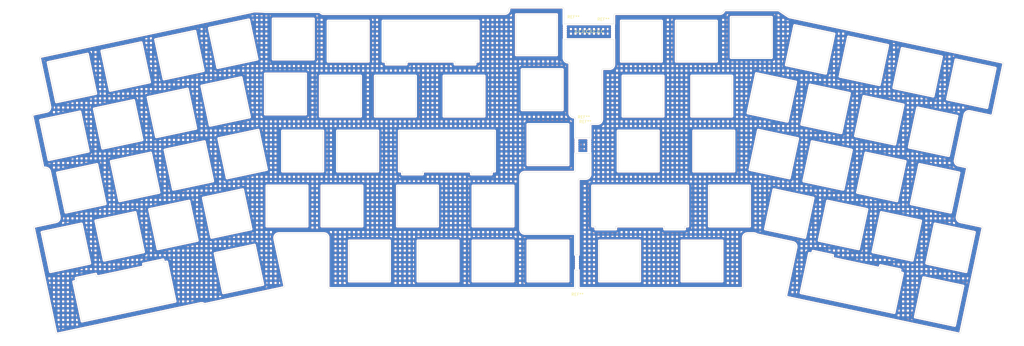
<source format=kicad_pcb>
(kicad_pcb (version 20211014) (generator pcbnew)
  (layers (0 "F.Cu" signal) (31 "B.Cu" signal) (34 "B.Paste" user) (35 "F.Paste" user) (36 "B.SilkS" user "B.Silkscreen") (37 "F.SilkS" user "F.Silkscreen") (38 "B.Mask" user) (39 "F.Mask" user) (44 "Edge.Cuts" user))
  (net 0 "")
  (footprint "mousebites:mousebite" (layer "F.Cu") (at 300 91)
    (fp_text reference "REF**" (at 0.2 11.1 unlocked) (layer "F.SilkS"))
    (fp_text value "mousebite")
    (pad "" np_thru_hole circle (at 0 -1.5) (size 0.5 0.5) (drill 0.5) (layers F&B.Cu *.Mask))
    (pad "" np_thru_hole circle (at 0 0.75) (size 0.5 0.5) (drill 0.5) (layers F&B.Cu *.Mask))
    (pad "" np_thru_hole circle (at 0 -2.25) (size 0.5 0.5) (drill 0.5) (layers F&B.Cu *.Mask))
    (pad "" np_thru_hole circle (at 0 1.5) (size 0.5 0.5) (drill 0.5) (layers F&B.Cu *.Mask))
    (pad "" np_thru_hole circle (at 0 -0.75) (size 0.5 0.5) (drill 0.5) (layers F&B.Cu *.Mask))
    (pad "" np_thru_hole circle (at 0 0) (size 0.5 0.5) (drill 0.5) (layers F&B.Cu *.Mask))
    (pad "" np_thru_hole circle (at 0 2.25) (size 0.5 0.5) (drill 0.5) (layers F&B.Cu *.Mask))
  )
  (footprint "mousebites:mousebite" (layer "F.Cu") (at 299.8 50.5)
    (fp_text reference "REF**" (at 2.6 -9.9 unlocked) (layer "F.SilkS"))
    (fp_text value "mousebite")
    (pad "" np_thru_hole circle (at 0 0.75) (size 0.5 0.5) (drill 0.5) (layers F&B.Cu *.Mask))
    (pad "" np_thru_hole circle (at 0 -2.25) (size 0.5 0.5) (drill 0.5) (layers F&B.Cu *.Mask))
    (pad "" np_thru_hole circle (at 0 0) (size 0.5 0.5) (drill 0.5) (layers F&B.Cu *.Mask))
    (pad "" np_thru_hole circle (at 0 -0.75) (size 0.5 0.5) (drill 0.5) (layers F&B.Cu *.Mask))
    (pad "" np_thru_hole circle (at 0 -1.5) (size 0.5 0.5) (drill 0.5) (layers F&B.Cu *.Mask))
    (pad "" np_thru_hole circle (at 0 2.25) (size 0.5 0.5) (drill 0.5) (layers F&B.Cu *.Mask))
    (pad "" np_thru_hole circle (at 0 1.5) (size 0.5 0.5) (drill 0.5) (layers F&B.Cu *.Mask))
  )
  (footprint "mousebites:mousebite" (layer "F.Cu") (at 304.29 50.5)
    (fp_text reference "REF**" (at -1.39 -8.3 unlocked) (layer "F.SilkS"))
    (fp_text value "mousebite")
    (pad "" np_thru_hole circle (at 0 2.25) (size 0.5 0.5) (drill 0.5) (layers F&B.Cu *.Mask))
    (pad "" np_thru_hole circle (at 0 0.75) (size 0.5 0.5) (drill 0.5) (layers F&B.Cu *.Mask))
    (pad "" np_thru_hole circle (at 0 -2.25) (size 0.5 0.5) (drill 0.5) (layers F&B.Cu *.Mask))
    (pad "" np_thru_hole circle (at 0 -0.75) (size 0.5 0.5) (drill 0.5) (layers F&B.Cu *.Mask))
    (pad "" np_thru_hole circle (at 0 0) (size 0.5 0.5) (drill 0.5) (layers F&B.Cu *.Mask))
    (pad "" np_thru_hole circle (at 0 -1.5) (size 0.5 0.5) (drill 0.5) (layers F&B.Cu *.Mask))
    (pad "" np_thru_hole circle (at 0 1.5) (size 0.5 0.5) (drill 0.5) (layers F&B.Cu *.Mask))
  )
  (footprint "mousebites:mousebite" (layer "F.Cu") (at 312.52 11)
    (fp_text reference "REF**" (at -3.32 -4.3 unlocked) (layer "F.SilkS"))
    (fp_text value "mousebite")
    (pad "" np_thru_hole circle (at 0 2.25) (size 0.5 0.5) (drill 0.5) (layers F&B.Cu *.Mask))
    (pad "" np_thru_hole circle (at 0 0.75) (size 0.5 0.5) (drill 0.5) (layers F&B.Cu *.Mask))
    (pad "" np_thru_hole circle (at 0 0) (size 0.5 0.5) (drill 0.5) (layers F&B.Cu *.Mask))
    (pad "" np_thru_hole circle (at 0 1.5) (size 0.5 0.5) (drill 0.5) (layers F&B.Cu *.Mask))
    (pad "" np_thru_hole circle (at 0 -2.25) (size 0.5 0.5) (drill 0.5) (layers F&B.Cu *.Mask))
    (pad "" np_thru_hole circle (at 0 -1.5) (size 0.5 0.5) (drill 0.5) (layers F&B.Cu *.Mask))
    (pad "" np_thru_hole circle (at 0 -0.75) (size 0.5 0.5) (drill 0.5) (layers F&B.Cu *.Mask))
  )
  (footprint "mousebites:mousebite" (layer "F.Cu") (at 295.8 11)
    (fp_text reference "REF**" (at 3 -5.1 unlocked) (layer "F.SilkS"))
    (fp_text value "mousebite")
    (pad "" np_thru_hole circle (at 0 2.25) (size 0.5 0.5) (drill 0.5) (layers F&B.Cu *.Mask))
    (pad "" np_thru_hole circle (at 0 -1.5) (size 0.5 0.5) (drill 0.5) (layers F&B.Cu *.Mask))
    (pad "" np_thru_hole circle (at 0 0.75) (size 0.5 0.5) (drill 0.5) (layers F&B.Cu *.Mask))
    (pad "" np_thru_hole circle (at 0 0) (size 0.5 0.5) (drill 0.5) (layers F&B.Cu *.Mask))
    (pad "" np_thru_hole circle (at 0 -2.25) (size 0.5 0.5) (drill 0.5) (layers F&B.Cu *.Mask))
    (pad "" np_thru_hole circle (at 0 1.5) (size 0.5 0.5) (drill 0.5) (layers F&B.Cu *.Mask))
    (pad "" np_thru_hole circle (at 0 -0.75) (size 0.5 0.5) (drill 0.5) (layers F&B.Cu *.Mask))
  )
  (gr_line (start 349.541766 4.75) (end 313.320613 4.75) (layer "Edge.Cuts") (width 0.1))
  (gr_line (start 133.245849 32.422634) (end 119.552467 35.333252) (layer "Edge.Cuts") (width 0.1))
  (gr_arc (start 195.216522 82.761868) (mid 195.518024 81.50602) (end 196.683743 80.95) (layer "Edge.Cuts") (width 0.1))
  (gr_line (start 312.820613 13.7) (end 312.820613 22.3) (layer "Edge.Cuts") (width 0.1))
  (gr_arc (start 447.556166 21.57108) (mid 447.871545 21.787835) (end 447.941284 22.16411) (layer "Edge.Cuts") (width 0.1))
  (gr_line (start 225.016886 40.32473) (end 211.017586 40.32473) (layer "Edge.Cuts") (width 0.1))
  (gr_line (start 235.06215 83.47527) (end 235.06215 97.47473) (layer "Edge.Cuts") (width 0.1))
  (gr_line (start 257.730182 22.275) (end 257.730182 21.275) (layer "Edge.Cuts") (width 0.1))
  (gr_line (start 267.879386 26.32527) (end 267.879386 40.32473) (layer "Edge.Cuts") (width 0.1))
  (gr_line (start 242.29219 4.749659) (end 232.76719 4.749508) (layer "Edge.Cuts") (width 0.1))
  (gr_line (start 240.854182 21.275) (end 240.854182 22.275) (layer "Edge.Cuts") (width 0.1))
  (gr_line (start 362.17795 25.480654) (end 375.871332 28.391273) (layer "Edge.Cuts") (width 0.1))
  (gr_arc (start 299.491302 59.17298) (mid 299.344856 59.526534) (end 298.991302 59.67298) (layer "Edge.Cuts") (width 0.1))
  (gr_line (start 353.746751 40.32473) (end 339.747451 40.32473) (layer "Edge.Cuts") (width 0.1))
  (gr_line (start 278.966652 19.04771) (end 278.966652 5.04825) (layer "Edge.Cuts") (width 0.1))
  (gr_line (start 296.97465 97.47473) (end 282.97535 97.47473) (layer "Edge.Cuts") (width 0.1))
  (gr_line (start 130.632454 52.453716) (end 116.939072 55.364335) (layer "Edge.Cuts") (width 0.1))
  (gr_line (start 433.865598 99.145099) (end 430.954947 112.838638) (layer "Edge.Cuts") (width 0.1))
  (gr_line (start 136.093048 90.244208) (end 133.182397 76.55067) (layer "Edge.Cuts") (width 0.1))
  (gr_line (start 119.904823 59.897317) (end 133.598205 56.986699) (layer "Edge.Cuts") (width 0.1))
  (gr_line (start 400.150467 108.872629) (end 400.150396 108.872963) (layer "Edge.Cuts") (width 0.1))
  (gr_line (start 251.7309 64.42527) (end 251.7309 78.42473) (layer "Edge.Cuts") (width 0.1))
  (gr_line (start 263.92535 78.42473) (end 263.92535 64.42527) (layer "Edge.Cuts") (width 0.1))
  (gr_line (start 113.750573 20.183751) (end 117.295468 36.861167) (layer "Edge.Cuts") (width 0.1))
  (gr_line (start 299.5 93.7) (end 299.5 99.5) (layer "Edge.Cuts") (width 0.1))
  (gr_line (start 206.48715 64.42527) (end 206.48715 78.42473) (layer "Edge.Cuts") (width 0.1))
  (gr_line (start 192.48785 78.42473) (end 192.48785 64.42527) (layer "Edge.Cuts") (width 0.1))
  (gr_line (start 329.345263 21.27473) (end 315.345963 21.27473) (layer "Edge.Cuts") (width 0.1))
  (gr_line (start 188.120206 3.864827) (end 114.135691 19.590721) (layer "Edge.Cuts") (width 0.1))
  (gr_line (start 160.735188 104.482224) (end 128.40741 111.353705) (layer "Edge.Cuts") (width 0.1))
  (gr_arc (start 171.063946 105.477516) (mid 170.867102 105.479738) (end 170.684657 105.405805) (layer "Edge.Cuts") (width 0.1))
  (gr_line (start 263.92535 64.42527) (end 277.92465 64.42527) (layer "Edge.Cuts") (width 0.1))
  (gr_line (start 430.954947 112.838638) (end 417.261565 109.928019) (layer "Edge.Cuts") (width 0.1))
  (gr_line (start 227.716832 7.27527) (end 227.716832 21.27473) (layer "Edge.Cuts") (width 0.1))
  (gr_arc (start 276.441302 3.25) (mid 276.001962 4.31066) (end 274.941302 4.75) (layer "Edge.Cuts") (width 0.1))
  (gr_line (start 172.542951 9.757561) (end 186.236333 6.846943) (layer "Edge.Cuts") (width 0.1))
  (gr_line (start 189.146984 20.540481) (end 175.453602 23.451099) (layer "Edge.Cuts") (width 0.1))
  (gr_line (start 173.77628 62.758802) (end 160.082898 65.66942) (layer "Edge.Cuts") (width 0.1))
  (gr_line (start 119.963996 115.729818) (end 128.932394 113.823525) (layer "Edge.Cuts") (width 0.1))
  (gr_line (start 263.37444 60.375) (end 263.37444 59.375) (layer "Edge.Cuts") (width 0.1))
  (gr_line (start 297.491302 39.12298) (end 297.491302 22.07298) (layer "Edge.Cuts") (width 0.1))
  (gr_arc (start 372.829589 103.065397) (mid 372.51421 102.848643) (end 372.444471 102.472368) (layer "Edge.Cuts") (width 0.1))
  (gr_line (start 388.485572 89.499001) (end 404.992791 93.007719) (layer "Edge.Cuts") (width 0.1))
  (gr_line (start 421.222283 91.294308) (end 424.132934 77.600769) (layer "Edge.Cuts") (width 0.1))
  (gr_line (start 155.142568 66.719519) (end 141.449186 69.630137) (layer "Edge.Cuts") (width 0.1))
  (gr_line (start 170.513272 24.501199) (end 156.819891 27.411817) (layer "Edge.Cuts") (width 0.1))
  (gr_line (start 156.553266 90.03601) (end 156.761178 91.014157) (layer "Edge.Cuts") (width 0.1))
  (gr_line (start 299.5 53.2) (end 299.491302 59.17298) (layer "Edge.Cuts") (width 0.1))
  (gr_line (start 400.558892 72.589952) (end 397.648241 86.28349) (layer "Edge.Cuts") (width 0.1))
  (gr_line (start 372.829589 103.065397) (end 377.13956 103.981508) (layer "Edge.Cuts") (width 0.1))
  (gr_line (start 184.143202 65.718616) (end 187.053853 79.412154) (layer "Edge.Cuts") (width 0.1))
  (gr_line (start 296.97465 83.47527) (end 296.97465 97.47473) (layer "Edge.Cuts") (width 0.1))
  (gr_arc (start 357.65 99.5) (mid 357.503554 99.853554) (end 357.15 100) (layer "Edge.Cuts") (width 0.1))
  (gr_line (start 369.817268 3.435518) (end 351.420613 3.435518) (layer "Edge.Cuts") (width 0.1))
  (gr_arc (start 212.275 80.95) (mid 213.33566 81.38934) (end 213.775 82.45) (layer "Edge.Cuts") (width 0.1))
  (gr_line (start 263.92535 83.47527) (end 277.92465 83.47527) (layer "Edge.Cuts") (width 0.1))
  (gr_line (start 111.137179 40.214833) (end 114.889985 57.870397) (layer "Edge.Cuts") (width 0.1))
  (gr_line (start 294.991302 2.52298) (end 276.941302 2.52298) (layer "Edge.Cuts") (width 0.1))
  (gr_line (start 336.36285 83.47527) (end 350.36215 83.47527) (layer "Edge.Cuts") (width 0.1))
  (gr_line (start 157.824424 90.788157) (end 160.735188 104.482224) (layer "Edge.Cuts") (width 0.1))
  (gr_arc (start 281.95 80.95) (mid 280.88934 80.51066) (end 280.45 79.45) (layer "Edge.Cuts") (width 0.1))
  (gr_line (start 418.079086 37.362808) (end 431.772468 40.273426) (layer "Edge.Cuts") (width 0.1))
  (gr_line (start 127.721803 38.760178) (end 130.632454 52.453716) (layer "Edge.Cuts") (width 0.1))
  (gr_line (start 244.87535 83.47527) (end 258.87465 83.47527) (layer "Edge.Cuts") (width 0.1))
  (gr_line (start 277.92465 97.47473) (end 263.92535 97.47473) (layer "Edge.Cuts") (width 0.1))
  (gr_line (start 138.249281 111.843312) (end 138.24925 111.843168) (layer "Edge.Cuts") (width 0.1))
  (gr_line (start 402.588571 87.33359) (end 405.499222 73.640052) (layer "Edge.Cuts") (width 0.1))
  (gr_line (start 277.92465 78.42473) (end 263.92535 78.42473) (layer "Edge.Cuts") (width 0.1))
  (gr_arc (start 444.188477 39.819674) (mid 443.971723 40.135053) (end 443.595448 40.204792) (layer "Edge.Cuts") (width 0.1))
  (gr_line (start 354.444461 45.37527) (end 354.444461 59.37473) (layer "Edge.Cuts") (width 0.1))
  (gr_line (start 160.082898 65.66942) (end 157.172247 51.975881) (layer "Edge.Cuts") (width 0.1))
  (gr_line (start 263.92535 97.47473) (end 263.92535 83.47527) (layer "Edge.Cuts") (width 0.1))
  (gr_line (start 237.7316 64.42527) (end 251.7309 64.42527) (layer "Edge.Cuts") (width 0.1))
  (gr_line (start 264.730182 22.275) (end 257.730182 22.275) (layer "Edge.Cuts") (width 0.1))
  (gr_line (start 391.594393 46.045528) (end 377.901011 43.13491) (layer "Edge.Cuts") (width 0.1))
  (gr_line (start 373.658391 61.708702) (end 359.965009 58.798084) (layer "Edge.Cuts") (width 0.1))
  (gr_line (start 175.453602 23.451099) (end 172.542951 9.757561) (layer "Edge.Cuts") (width 0.1))
  (gr_line (start 216.98054 59.37473) (end 216.98054 45.37527) (layer "Edge.Cuts") (width 0.1))
  (gr_line (start 213.717532 7.27527) (end 227.716832 7.27527) (layer "Edge.Cuts") (width 0.1))
  (gr_line (start 232.767182 7.275) (end 265.817182 7.275) (layer "Edge.Cuts") (width 0.1))
  (gr_arc (start 111.657443 79.055424) (mid 111.727181 78.679149) (end 112.042561 78.462395) (layer "Edge.Cuts") (width 0.1))
  (gr_line (start 131.152718 91.294308) (end 117.459336 94.204926) (layer "Edge.Cuts") (width 0.1))
  (gr_arc (start 434.976302 57.848324) (mid 435.291682 58.065078) (end 435.36142 58.441354) (layer "Edge.Cuts") (width 0.1))
  (gr_line (start 419.192604 76.55067) (end 416.281953 90.244208) (layer "Edge.Cuts") (width 0.1))
  (gr_line (start 304.582311 43.35) (end 304.582311 47.8) (layer "Edge.Cuts") (width 0.1))
  (gr_line (start 117.221403 59.41908) (end 120.558475 75.11877) (layer "Edge.Cuts") (width 0.1))
  (gr_line (start 417.261565 109.928019) (end 420.172217 96.234481) (layer "Edge.Cuts") (width 0.1))
  (gr_line (start 391.178584 26.481557) (end 394.089236 12.788019) (layer "Edge.Cuts") (width 0.1))
  (gr_line (start 242.29219 4.75) (end 242.29219 4.749659) (layer "Edge.Cuts") (width 0.1))
  (gr_line (start 348.395263 21.27473) (end 334.395963 21.27473) (layer "Edge.Cuts") (width 0.1))
  (gr_line (start 213.717532 21.27473) (end 213.717532 7.27527) (layer "Edge.Cuts") (width 0.1))
  (gr_arc (start 298.991302 40.62298) (mid 297.930642 40.18364) (end 297.491302 39.12298) (layer "Edge.Cuts") (width 0.1))
  (gr_line (start 423.505678 33.352893) (end 409.812296 30.442275) (layer "Edge.Cuts") (width 0.1))
  (gr_line (start 116.140114 38.640256) (end 111.522297 39.621804) (layer "Edge.Cuts") (width 0.1))
  (gr_line (start 314.251411 59.37473) (end 314.251411 45.37527) (layer "Edge.Cuts") (width 0.1))
  (gr_line (start 367.445263 5.960788) (end 367.445263 19.960248) (layer "Edge.Cuts") (width 0.1))
  (gr_line (start 149.914145 92.469539) (end 149.706233 91.491392) (layer "Edge.Cuts") (width 0.1))
  (gr_line (start 177.445107 101.539473) (end 174.534456 87.845934) (layer "Edge.Cuts") (width 0.1))
  (gr_arc (start 369.817268 3.435518) (mid 369.963873 3.457494) (end 370.097591 3.52149) (layer "Edge.Cuts") (width 0.1))
  (gr_arc (start 117.295468 36.861167) (mid 117.086252 37.989993) (end 116.140114 38.640256) (layer "Edge.Cuts") (width 0.1))
  (gr_line (start 208.666832 20.534139) (end 194.667532 20.534139) (layer "Edge.Cuts") (width 0.1))
  (gr_line (start 377.664529 101.511686) (end 380.575293 87.817619) (layer "Edge.Cuts") (width 0.1))
  (gr_line (start 267.879386 40.32473) (end 253.880086 40.32473) (layer "Edge.Cuts") (width 0.1))
  (gr_line (start 337.36925 78.425) (end 337.36925 79.425) (layer "Edge.Cuts") (width 0.1))
  (gr_line (start 381.925181 68.629234) (end 379.014529 82.322773) (layer "Edge.Cuts") (width 0.1))
  (gr_line (start 282.97535 83.47527) (end 296.97465 83.47527) (layer "Edge.Cuts") (width 0.1))
  (gr_line (start 372.544873 22.52084) (end 375.455524 8.827301) (layer "Edge.Cuts") (width 0.1))
  (gr_line (start 294.965952 24.09825) (end 294.965952 38.09771) (layer "Edge.Cuts") (width 0.1))
  (gr_line (start 409.812296 30.442275) (end 412.722948 16.748737) (layer "Edge.Cuts") (width 0.1))
  (gr_line (start 426.416329 19.659355) (end 423.505678 33.352893) (layer "Edge.Cuts") (width 0.1))
  (gr_line (start 189.49934 45.104546) (end 192.409992 58.798084) (layer "Edge.Cuts") (width 0.1))
  (gr_line (start 151.943373 108.932741) (end 161.26026 106.952529) (layer "Edge.Cuts") (width 0.1))
  (gr_arc (start 304.582311 60.4) (mid 304.142971 61.46066) (end 303.082311 61.9) (layer "Edge.Cuts") (width 0.1))
  (gr_line (start 368.231799 65.718616) (end 381.925181 68.629234) (layer "Edge.Cuts") (width 0.1))
  (gr_line (start 240.854182 22.275) (end 233.854182 22.275) (layer "Edge.Cuts") (width 0.1))
  (gr_line (start 315.345963 21.27473) (end 315.345963 7.27527) (layer "Edge.Cuts") (width 0.1))
  (gr_arc (start 308.647101 24.3) (mid 308.793548 23.946447) (end 309.147101 23.8) (layer "Edge.Cuts") (width 0.1))
  (gr_line (start 440.33244 78.462395) (end 432.97188 76.897859) (layer "Edge.Cuts") (width 0.1))
  (gr_line (start 221.06285 97.47473) (end 221.06285 83.47527) (layer "Edge.Cuts") (width 0.1))
  (gr_line (start 161.26026 106.952529) (end 161.260158 106.952048) (layer "Edge.Cuts") (width 0.1))
  (gr_line (start 328.250711 45.37527) (end 328.250711 59.37473) (layer "Edge.Cuts") (width 0.1))
  (gr_line (start 375.871332 28.391273) (end 372.960681 42.084811) (layer "Edge.Cuts") (width 0.1))
  (gr_line (start 196.683743 80.95) (end 212.275 80.95) (layer "Edge.Cuts") (width 0.1))
  (gr_line (start 173.360472 82.322773) (end 170.44982 68.629234) (layer "Edge.Cuts") (width 0.1))
  (gr_line (start 340.445161 45.37527) (end 354.444461 45.37527) (layer "Edge.Cuts") (width 0.1))
  (gr_line (start 353.445963 19.960248) (end 353.445963 5.960788) (layer "Edge.Cuts") (width 0.1))
  (gr_line (start 246.49844 60.375) (end 239.49844 60.375) (layer "Edge.Cuts") (width 0.1))
  (gr_line (start 170.865628 49.065263) (end 173.77628 62.758802) (layer "Edge.Cuts") (width 0.1))
  (gr_line (start 418.776796 56.986699) (end 432.470178 59.897317) (layer "Edge.Cuts") (width 0.1))
  (gr_line (start 276.441302 3.02298) (end 276.441302 3.25) (layer "Edge.Cuts") (width 0.1))
  (gr_line (start 194.667532 6.534679) (end 208.666832 6.534679) (layer "Edge.Cuts") (width 0.1))
  (gr_line (start 211.017586 40.32473) (end 211.017586 26.32527) (layer "Edge.Cuts") (width 0.1))
  (gr_line (start 412.047736 93.484953) (end 411.839825 94.463101) (layer "Edge.Cuts") (width 0.1))
  (gr_line (start 138.538535 55.936599) (end 152.231917 53.025981) (layer "Edge.Cuts") (width 0.1))
  (gr_line (start 191.138489 98.628854) (end 177.445107 101.539473) (layer "Edge.Cuts") (width 0.1))
  (gr_line (start 307.147101 42.85) (end 305.082311 42.85) (layer "Edge.Cuts") (width 0.1))
  (gr_line (start 433.004035 115.3447) (end 440.717558 79.055424) (layer "Edge.Cuts") (width 0.1))
  (gr_arc (start 433.004035 115.3447) (mid 432.787281 115.66008) (end 432.411005 115.729818) (layer "Edge.Cuts") (width 0.1))
  (gr_line (start 409.992307 108.383167) (end 377.664529 101.511686) (layer "Edge.Cuts") (width 0.1))
  (gr_line (start 299.5 53.2) (end 304.582311 53.2) (layer "Edge.Cuts") (width 0.1))
  (gr_line (start 442.13939 37.313611) (end 428.446008 34.402993) (layer "Edge.Cuts") (width 0.1))
  (gr_line (start 294.965952 38.09771) (end 280.966652 38.09771) (layer "Edge.Cuts") (width 0.1))
  (gr_line (start 197.93054 45.37527) (end 211.92984 45.37527) (layer "Edge.Cuts") (width 0.1))
  (gr_line (start 208.666832 6.534679) (end 208.666832 20.534139) (layer "Edge.Cuts") (width 0.1))
  (gr_line (start 274.941302 4.75) (end 265.817175 4.750002) (layer "Edge.Cuts") (width 0.1))
  (gr_line (start 211.53785 78.42473) (end 211.53785 64.42527) (layer "Edge.Cuts") (width 0.1))
  (gr_arc (start 350.950901 3.764138) (mid 350.401647 4.479065) (end 349.541766 4.75) (layer "Edge.Cuts") (width 0.1))
  (gr_line (start 412.722948 16.748737) (end 426.416329 19.659355) (layer "Edge.Cuts") (width 0.1))
  (gr_line (start 133.598205 56.986699) (end 136.508856 70.680237) (layer "Edge.Cuts") (width 0.1))
  (gr_line (start 444.188477 39.819674) (end 447.941284 22.16411) (layer "Edge.Cuts") (width 0.1))
  (gr_line (start 292.965952 5.04825) (end 292.965952 19.04771) (layer "Edge.Cuts") (width 0.1))
  (gr_line (start 214.275 100) (end 299 100) (layer "Edge.Cuts") (width 0.1))
  (gr_line (start 345.88785 64.42527) (end 359.88715 64.42527) (layer "Edge.Cuts") (width 0.1))
  (gr_line (start 149.706233 91.491392) (end 156.553266 90.03601) (layer "Edge.Cuts") (width 0.1))
  (gr_line (start 381.509372 49.065263) (end 395.202754 51.975881) (layer "Edge.Cuts") (width 0.1))
  (gr_line (start 314.251411 45.37527) (end 328.250711 45.37527) (layer "Edge.Cuts") (width 0.1))
  (gr_line (start 213.775 82.45) (end 213.775 99.5) (layer "Edge.Cuts") (width 0.1))
  (gr_line (start 404.871966 29.392176) (end 391.178584 26.481557) (layer "Edge.Cuts") (width 0.1))
  (gr_line (start 299.5 93.7) (end 300.5 93.7) (layer "Edge.Cuts") (width 0.1))
  (gr_line (start 157.172247 51.975881) (end 170.865628 49.065263) (layer "Edge.Cuts") (width 0.1))
  (gr_line (start 295.5 8.3) (end 312.820613 8.3) (layer "Edge.Cuts") (width 0.1))
  (gr_arc (start 115.472839 58.257568) (mid 115.102401 58.182928) (end 114.889985 57.870397) (layer "Edge.Cuts") (width 0.1))
  (gr_line (start 156.819891 27.411817) (end 153.909239 13.718278) (layer "Edge.Cuts") (width 0.1))
  (gr_arc (start 373.796925 5.893069) (mid 373.521487 5.806091) (end 373.267826 5.667933) (layer "Edge.Cuts") (width 0.1))
  (gr_line (start 161.260158 106.952048) (end 169.546788 105.19067) (layer "Edge.Cuts") (width 0.1))
  (gr_line (start 235.06215 97.47473) (end 221.06285 97.47473) (layer "Edge.Cuts") (width 0.1))
  (gr_line (start 116.939072 55.364335) (end 114.028421 41.670796) (layer "Edge.Cuts") (width 0.1))
  (gr_line (start 315.934951 40.32473) (end 315.934951 26.32527) (layer "Edge.Cuts") (width 0.1))
  (gr_line (start 170.44982 68.629234) (end 184.143202 65.718616) (layer "Edge.Cuts") (width 0.1))
  (gr_line (start 263.37444 59.375) (end 246.49844 59.375) (layer "Edge.Cuts") (width 0.1))
  (gr_arc (start 300.5 62.4) (mid 300.646447 62.046447) (end 301 61.9) (layer "Edge.Cuts") (width 0.1))
  (gr_line (start 410.228104 50.006246) (end 396.534723 47.095628) (layer "Edge.Cuts") (width 0.1))
  (gr_arc (start 312.820613 5.25) (mid 312.96706 4.896447) (end 313.320613 4.75) (layer "Edge.Cuts") (width 0.1))
  (gr_line (start 183.622938 26.878025) (end 186.533589 40.571563) (layer "Edge.Cuts") (width 0.1))
  (gr_line (start 128.40741 111.353705) (end 125.496646 97.659639) (layer "Edge.Cuts") (width 0.1))
  (gr_line (start 171.063946 105.477516) (end 198.303041 99.687668) (layer "Edge.Cuts") (width 0.1))
  (gr_line (start 153.909239 13.718278) (end 167.602621 10.80766) (layer "Edge.Cuts") (width 0.1))
  (gr_line (start 191.967586 39.584139) (end 191.967586 25.584679) (layer "Edge.Cuts") (width 0.1))
  (gr_line (start 400.143084 53.025981) (end 413.836466 55.936599) (layer "Edge.Cuts") (width 0.1))
  (gr_line (start 412.903071 94.689101) (end 409.992307 108.383167) (layer "Edge.Cuts") (width 0.1))
  (gr_line (start 431.118816 55.494879) (end 434.455798 39.79561) (layer "Edge.Cuts") (width 0.1))
  (gr_line (start 216.98054 45.37527) (end 230.97984 45.37527) (layer "Edge.Cuts") (width 0.1))
  (gr_line (start 345.88785 78.42473) (end 345.88785 64.42527) (layer "Edge.Cuts") (width 0.1))
  (gr_line (start 359.88715 78.42473) (end 345.88785 78.42473) (layer "Edge.Cuts") (width 0.1))
  (gr_line (start 394.505044 32.35199) (end 391.594393 46.045528) (layer "Edge.Cuts") (width 0.1))
  (gr_line (start 206.48715 78.42473) (end 192.48785 78.42473) (layer "Edge.Cuts") (width 0.1))
  (gr_line (start 300.5 62.4) (end 300.5 88.3) (layer "Edge.Cuts") (width 0.1))
  (gr_line (start 295.5 13.7) (end 312.820613 13.7) (layer "Edge.Cuts") (width 0.1))
  (gr_line (start 434.976302 57.848324) (end 432.274169 57.273968) (layer "Edge.Cuts") (width 0.1))
  (gr_line (start 321.78715 83.47527) (end 321.78715 97.47473) (layer "Edge.Cuts") (width 0.1))
  (gr_line (start 169.929556 29.788643) (end 183.622938 26.878025) (layer "Edge.Cuts") (width 0.1))
  (gr_line (start 386.238254 25.431458) (end 372.544873 22.52084) (layer "Edge.Cuts") (width 0.1))
  (gr_line (start 328.250711 59.37473) (end 314.251411 59.37473) (layer "Edge.Cuts") (width 0.1))
  (gr_line (start 299.5 47.8) (end 299.491302 41.12298) (layer "Edge.Cuts") (width 0.1))
  (gr_line (start 282.966652 43.14825) (end 296.965952 43.14825) (layer "Edge.Cuts") (width 0.1))
  (gr_line (start 138.24925 111.843168) (end 151.943302 108.932407) (layer "Edge.Cuts") (width 0.1))
  (gr_arc (start 432.97188 76.897859) (mid 432.025741 76.247596) (end 431.816526 75.11877) (layer "Edge.Cuts") (width 0.1))
  (gr_line (start 386.865511 69.679334) (end 400.558892 72.589952) (layer "Edge.Cuts") (width 0.1))
  (gr_line (start 381.638539 88.043619) (end 381.846451 87.065472) (layer "Edge.Cuts") (width 0.1))
  (gr_line (start 232.767182 21.275) (end 232.767182 7.275) (layer "Edge.Cuts") (width 0.1))
  (gr_line (start 114.028421 41.670796) (end 127.721803 38.760178) (layer "Edge.Cuts") (width 0.1))
  (gr_line (start 191.967586 25.584679) (end 205.966886 25.584679) (layer "Edge.Cuts") (width 0.1))
  (gr_arc (start 214.275 100) (mid 213.921447 99.853553) (end 213.775 99.5) (layer "Edge.Cuts") (width 0.1))
  (gr_line (start 154.206496 47.442899) (end 151.295845 33.749361) (layer "Edge.Cuts") (width 0.1))
  (gr_line (start 151.879561 28.461916) (end 138.186179 31.372534) (layer "Edge.Cuts") (width 0.1))
  (gr_arc (start 362.452193 81.384025) (mid 362.341029 81.346309) (end 362.241722 81.283714) (layer "Edge.Cuts") (width 0.1))
  (gr_line (start 256.292175 4.75) (end 242.29219 4.75) (layer "Edge.Cuts") (width 0.1))
  (gr_line (start 197.93054 59.37473) (end 197.93054 45.37527) (layer "Edge.Cuts") (width 0.1))
  (gr_line (start 146.355514 34.799461) (end 149.266166 48.492999) (layer "Edge.Cuts") (width 0.1))
  (gr_line (start 292.965952 19.04771) (end 278.966652 19.04771) (layer "Edge.Cuts") (width 0.1))
  (gr_line (start 178.71661 61.708702) (end 175.805959 48.015164) (layer "Edge.Cuts") (width 0.1))
  (gr_line (start 397.232433 66.719519) (end 400.143084 53.025981) (layer "Edge.Cuts") (width 0.1))
  (gr_line (start 277.92465 83.47527) (end 277.92465 97.47473) (layer "Edge.Cuts") (width 0.1))
  (gr_arc (start 188.120206 3.864827) (mid 188.181796 3.855699) (end 188.244042 3.854296) (layer "Edge.Cuts") (width 0.1))
  (gr_line (start 336.36285 97.47473) (end 336.36285 83.47527) (layer "Edge.Cuts") (width 0.1))
  (gr_line (start 380.811662 29.441372) (end 394.505044 32.35199) (layer "Edge.Cuts") (width 0.1))
  (gr_line (start 306.49325 79.425) (end 306.49325 78.425) (layer "Edge.Cuts") (width 0.1))
  (gr_line (start 232.76719 4.75) (end 212.245852 4.75) (layer "Edge.Cuts") (width 0.1))
  (gr_line (start 400.150396 108.872963) (end 409.467221 110.853469) (layer "Edge.Cuts") (width 0.1))
  (gr_line (start 373.267826 5.667933) (end 370.097591 3.52149) (layer "Edge.Cuts") (width 0.1))
  (gr_line (start 277.92465 64.42527) (end 277.92465 78.42473) (layer "Edge.Cuts") (width 0.1))
  (gr_line (start 237.7316 78.42473) (end 237.7316 64.42527) (layer "Edge.Cuts") (width 0.1))
  (gr_line (start 299.5 88.3) (end 300.5 88.3) (layer "Edge.Cuts") (width 0.1))
  (gr_arc (start 119.963996 115.729818) (mid 119.58772 115.66008) (end 119.370966 115.3447) (layer "Edge.Cuts") (width 0.1))
  (gr_line (start 151.943302 108.932407) (end 151.943373 108.932741) (layer "Edge.Cuts") (width 0.1))
  (gr_line (start 152.231917 53.025981) (end 155.142568 66.719519) (layer "Edge.Cuts") (width 0.1))
  (gr_line (start 165.50949 69.679334) (end 168.420142 83.372872) (layer "Edge.Cuts") (width 0.1))
  (gr_line (start 119.552467 35.333252) (end 116.641816 21.639714) (layer "Edge.Cuts") (width 0.1))
  (gr_line (start 149.78643 87.33359) (end 136.093048 90.244208) (layer "Edge.Cuts") (width 0.1))
  (gr_line (start 192.48785 64.42527) (end 206.48715 64.42527) (layer "Edge.Cuts") (width 0.1))
  (gr_line (start 405.499222 73.640052) (end 419.192604 76.55067) (layer "Edge.Cuts") (width 0.1))
  (gr_arc (start 434.455798 39.79561) (mid 435.106061 38.849472) (end 436.234887 38.640256) (layer "Edge.Cuts") (width 0.1))
  (gr_line (start 111.657443 79.055424) (end 119.370966 115.3447) (layer "Edge.Cuts") (width 0.1))
  (gr_arc (start 357.65 82.45) (mid 358.08934 81.38934) (end 359.15 80.95) (layer "Edge.Cuts") (width 0.1))
  (gr_line (start 359.88715 64.42527) (end 359.88715 78.42473) (layer "Edge.Cuts") (width 0.1))
  (gr_arc (start 304.582311 43.35) (mid 304.728758 42.996447) (end 305.082311 42.85) (layer "Edge.Cuts") (width 0.1))
  (gr_arc (start 294.991302 2.52298) (mid 295.344855 2.669427) (end 295.491302 3.02298) (layer "Edge.Cuts") (width 0.1))
  (gr_line (start 187.053853 79.412154) (end 173.360472 82.322773) (layer "Edge.Cuts") (width 0.1))
  (gr_line (start 348.395263 7.27527) (end 348.395263 21.27473) (layer "Edge.Cuts") (width 0.1))
  (gr_arc (start 440.33244 78.462395) (mid 440.64782 78.679149) (end 440.717558 79.055424) (layer "Edge.Cuts") (width 0.1))
  (gr_line (start 377.901011 43.13491) (end 380.811662 29.441372) (layer "Edge.Cuts") (width 0.1))
  (gr_arc (start 210.692182 4.009409) (mid 210.907326 4.058063) (end 211.0806 4.194557) (layer "Edge.Cuts") (width 0.1))
  (gr_line (start 258.87465 83.47527) (end 258.87465 97.47473) (layer "Edge.Cuts") (width 0.1))
  (gr_line (start 330.36925 78.425) (end 313.49325 78.425) (layer "Edge.Cuts") (width 0.1))
  (gr_arc (start 350.950901 3.764138) (mid 351.133986 3.525829) (end 351.420613 3.435518) (layer "Edge.Cuts") (width 0.1))
  (gr_line (start 282.966652 57.14771) (end 282.966652 43.14825) (layer "Edge.Cuts") (width 0.1))
  (gr_line (start 186.533589 40.571563) (end 172.840208 43.482181) (layer "Edge.Cuts") (width 0.1))
  (gr_line (start 119.403121 76.897859) (end 112.042561 78.462395) (layer "Edge.Cuts") (width 0.1))
  (gr_line (start 230.97984 59.37473) (end 216.98054 59.37473) (layer "Edge.Cuts") (width 0.1))
  (gr_arc (start 212.245852 4.75) (mid 211.60042 4.604038) (end 211.0806 4.194557) (layer "Edge.Cuts") (width 0.1))
  (gr_line (start 428.861816 53.966964) (end 415.168434 51.056346) (layer "Edge.Cuts") (width 0.1))
  (gr_line (start 296.965952 43.14825) (end 296.965952 57.14771) (layer "Edge.Cuts") (width 0.1))
  (gr_line (start 315.345963 7.27527) (end 329.345263 7.27527) (layer "Edge.Cuts") (width 0.1))
  (gr_line (start 211.53785 64.42527) (end 225.53715 64.42527) (layer "Edge.Cuts") (width 0.1))
  (gr_line (start 232.76719 4.749508) (end 232.76719 4.75) (layer "Edge.Cuts") (width 0.1))
  (gr_line (start 225.016886 26.32527) (end 225.016886 40.32473) (layer "Edge.Cuts") (width 0.1))
  (gr_line (start 258.87465 97.47473) (end 244.87535 97.47473) (layer "Edge.Cuts") (width 0.1))
  (gr_line (start 365.321147 79.412154) (end 368.231799 65.718616) (layer "Edge.Cuts") (width 0.1))
  (gr_line (start 135.275527 17.678996) (end 148.968909 14.768378) (layer "Edge.Cuts") (width 0.1))
  (gr_line (start 174.534456 87.845934) (end 188.227838 84.935316) (layer "Edge.Cuts") (width 0.1))
  (gr_line (start 167.602621 10.80766) (end 170.513272 24.501199) (layer "Edge.Cuts") (width 0.1))
  (gr_line (start 122.815475 73.590855) (end 119.904823 59.897317) (layer "Edge.Cuts") (width 0.1))
  (gr_line (start 238.41144 45.375) (end 271.46144 45.375) (layer "Edge.Cuts") (width 0.1))
  (gr_line (start 239.49844 59.375) (end 238.41144 59.375) (layer "Edge.Cuts") (width 0.1))
  (gr_line (start 405.200703 92.029571) (end 412.047736 93.484953) (layer "Edge.Cuts") (width 0.1))
  (gr_line (start 383.954859 83.372872) (end 386.865511 69.679334) (layer "Edge.Cuts") (width 0.1))
  (gr_line (start 233.854182 21.275) (end 232.767182 21.275) (layer "Edge.Cuts") (width 0.1))
  (gr_arc (start 432.274169 57.273968) (mid 431.328031 56.623705) (end 431.118816 55.494879) (layer "Edge.Cuts") (width 0.1))
  (gr_line (start 410.925815 69.630137) (end 397.232433 66.719519) (layer "Edge.Cuts") (width 0.1))
  (gr_line (start 128.242067 77.600769) (end 131.152718 91.294308) (layer "Edge.Cuts") (width 0.1))
  (gr_arc (start 169.546788 105.19067) (mid 170.13732 105.184004) (end 170.684657 105.405805) (layer "Edge.Cuts") (width 0.1))
  (gr_line (start 295.5 13.7) (end 295.491302 20.07298) (layer "Edge.Cuts") (width 0.1))
  (gr_line (start 337.36925 79.425) (end 330.36925 79.425) (layer "Edge.Cuts") (width 0.1))
  (gr_arc (start 299.5 99.5) (mid 299.353554 99.853554) (end 299 100) (layer "Edge.Cuts") (width 0.1))
  (gr_line (start 138.186179 31.372534) (end 135.275527 17.678996) (layer "Edge.Cuts") (width 0.1))
  (gr_line (start 416.281953 90.244208) (end 402.588571 87.33359) (layer "Edge.Cuts") (width 0.1))
  (gr_line (start 329.345263 7.27527) (end 329.345263 21.27473) (layer "Edge.Cuts") (width 0.1))
  (gr_line (start 380.575293 87.817619) (end 381.638539 88.043619) (layer "Edge.Cuts") (width 0.1))
  (gr_line (start 270.37444 59.375) (end 270.37444 60.375) (layer "Edge.Cuts") (width 0.1))
  (gr_line (start 128.932394 113.823525) (end 138.249281 111.843312) (layer "Edge.Cuts") (width 0.1))
  (gr_line (start 424.132934 77.600769) (end 437.826316 80.511388) (layer "Edge.Cuts") (width 0.1))
  (gr_line (start 338.45625 64.425) (end 338.45625 78.425) (layer "Edge.Cuts") (width 0.1))
  (gr_line (start 376.569042 48.015164) (end 373.658391 61.708702) (layer "Edge.Cuts") (width 0.1))
  (gr_line (start 239.49844 60.375) (end 239.49844 59.375) (layer "Edge.Cuts") (width 0.1))
  (gr_arc (start 298.991302 40.62298) (mid 299.344855 40.769427) (end 299.491302 41.12298) (layer "Edge.Cuts") (width 0.1))
  (gr_line (start 350.36215 97.47473) (end 336.36285 97.47473) (layer "Edge.Cuts") (width 0.1))
  (gr_line (start 307.78785 97.47473) (end 307.78785 83.47527) (layer "Edge.Cuts") (width 0.1))
  (gr_arc (start 115.472839 58.257568) (mid 116.584155 58.481489) (end 117.221403 59.41908) (layer "Edge.Cuts") (width 0.1))
  (gr_line (start 313.49325 79.425) (end 306.49325 79.425) (layer "Edge.Cuts") (width 0.1))
  (gr_line (start 244.066886 40.32473) (end 230.067586 40.32473) (layer "Edge.Cuts") (width 0.1))
  (gr_line (start 194.667532 20.534139) (end 194.667532 6.534679) (layer "Edge.Cuts") (width 0.1))
  (gr_line (start 198.688159 99.094638) (end 195.216522 82.761868) (layer "Edge.Cuts") (width 0.1))
  (gr_arc (start 308.647101 41.35) (mid 308.207761 42.41066) (end 307.147101 42.85) (layer "Edge.Cuts") (width 0.1))
  (gr_line (start 357.65 99.5) (end 357.65 82.45) (layer "Edge.Cuts") (width 0.1))
  (gr_line (start 394.089236 12.788019) (end 407.782618 15.698637) (layer "Edge.Cuts") (width 0.1))
  (gr_line (start 172.840208 43.482181) (end 169.929556 29.788643) (layer "Edge.Cuts") (width 0.1))
  (gr_line (start 413.138756 36.312708) (end 410.228104 50.006246) (layer "Edge.Cuts") (width 0.1))
  (gr_arc (start 374.834012 84.015862) (mid 375.78015 84.666125) (end 375.989366 85.794951) (layer "Edge.Cuts") (width 0.1))
  (gr_line (start 339.747451 26.32527) (end 353.746751 26.32527) (layer "Edge.Cuts") (width 0.1))
  (gr_arc (start 312.820613 22.3) (mid 312.381273 23.36066) (end 311.320613 23.8) (layer "Edge.Cuts") (width 0.1))
  (gr_arc (start 296.991302 21.57298) (mid 297.344855 21.719427) (end 297.491302 22.07298) (layer "Edge.Cuts") (width 0.1))
  (gr_line (start 225.53715 64.42527) (end 225.53715 78.42473) (layer "Edge.Cuts") (width 0.1))
  (gr_line (start 271.46144 59.375) (end 270.37444 59.375) (layer "Edge.Cuts") (width 0.1))
  (gr_line (start 301 100) (end 357.15 100) (layer "Edge.Cuts") (width 0.1))
  (gr_line (start 125.496646 97.659639) (end 126.559893 97.433639) (layer "Edge.Cuts") (width 0.1))
  (gr_line (start 210.692182 4.009409) (end 192.172014 4.009409) (layer "Edge.Cuts") (width 0.1))
  (gr_line (start 299.5 47.8) (end 304.582311 47.8) (layer "Edge.Cuts") (width 0.1))
  (gr_line (start 257.730182 21.275) (end 240.854182 21.275) (layer "Edge.Cuts") (width 0.1))
  (gr_line (start 375.455524 8.827301) (end 389.148906 11.73792) (layer "Edge.Cuts") (width 0.1))
  (gr_line (start 338.45625 78.425) (end 337.36925 78.425) (layer "Edge.Cuts") (width 0.1))
  (gr_line (start 378.598721 62.758802) (end 381.509372 49.065263) (layer "Edge.Cuts") (width 0.1))
  (gr_line (start 265.817182 7.275) (end 265.817182 21.275) (layer "Edge.Cuts") (width 0.1))
  (gr_arc (start 301 100) (mid 300.646447 99.853553) (end 300.5 99.5) (layer "Edge.Cuts") (width 0.1))
  (gr_line (start 225.53715 78.42473) (end 211.53785 78.42473) (layer "Edge.Cuts") (width 0.1))
  (gr_line (start 135.572784 51.403617) (end 132.662133 37.710079) (layer "Edge.Cuts") (width 0.1))
  (gr_line (start 359.267299 39.174193) (end 362.17795 25.480654) (layer "Edge.Cuts") (width 0.1))
  (gr_line (start 312.820613 8.3) (end 312.820613 5.25) (layer "Edge.Cuts") (width 0.1))
  (gr_line (start 136.508856 70.680237) (end 122.815475 73.590855) (layer "Edge.Cuts") (width 0.1))
  (gr_line (start 330.36925 79.425) (end 330.36925 78.425) (layer "Edge.Cuts") (width 0.1))
  (gr_line (start 299 80.95) (end 281.95 80.95) (layer "Edge.Cuts") (width 0.1))
  (gr_line (start 133.182397 76.55067) (end 146.875778 73.640052) (layer "Edge.Cuts") (width 0.1))
  (gr_line (start 221.06285 83.47527) (end 235.06215 83.47527) (layer "Edge.Cuts") (width 0.1))
  (gr_line (start 353.445963 5.960788) (end 367.445263 5.960788) (layer "Edge.Cuts") (width 0.1))
  (gr_line (start 313.49325 78.425) (end 313.49325 79.425) (layer "Edge.Cuts") (width 0.1))
  (gr_line (start 388.693484 88.520853) (end 388.485572 89.499001) (layer "Edge.Cuts") (width 0.1))
  (gr_line (start 375.989366 85.794951) (end 372.444471 102.472368) (layer "Edge.Cuts") (width 0.1))
  (gr_line (start 303.082311 61.9) (end 301 61.9) (layer "Edge.Cuts") (width 0.1))
  (gr_line (start 186.236333 6.846943) (end 189.146984 20.540481) (layer "Edge.Cuts") (width 0.1))
  (gr_line (start 397.648241 86.28349) (end 383.954859 83.372872) (layer "Edge.Cuts") (width 0.1))
  (gr_line (start 282.97535 97.47473) (end 282.97535 83.47527) (layer "Edge.Cuts") (width 0.1))
  (gr_line (start 141.449186 69.630137) (end 138.538535 55.936599) (layer "Edge.Cuts") (width 0.1))
  (gr_line (start 116.641816 21.639714) (end 130.335197 18.729096) (layer "Edge.Cuts") (width 0.1))
  (gr_line (start 305.406265 78.425) (end 305.406265 64.425) (layer "Edge.Cuts") (width 0.1))
  (gr_line (start 436.234887 38.640256) (end 443.595448 40.204792) (layer "Edge.Cuts") (width 0.1))
  (gr_line (start 407.782618 15.698637) (end 404.871966 29.392176) (layer "Edge.Cuts") (width 0.1))
  (gr_line (start 154.72676 86.28349) (end 151.816109 72.589952) (layer "Edge.Cuts") (width 0.1))
  (gr_line (start 329.934251 40.32473) (end 315.934951 40.32473) (layer "Edge.Cuts") (width 0.1))
  (gr_line (start 334.395963 21.27473) (end 334.395963 7.27527) (layer "Edge.Cuts") (width 0.1))
  (gr_line (start 415.168434 51.056346) (end 418.079086 37.362808) (layer "Edge.Cuts") (width 0.1))
  (gr_line (start 132.662133 37.710079) (end 146.355514 34.799461) (layer "Edge.Cuts") (width 0.1))
  (gr_line (start 379.014529 82.322773) (end 365.321147 79.412154) (layer "Edge.Cuts") (width 0.1))
  (gr_line (start 431.356659 20.709455) (end 445.050041 23.620073) (layer "Edge.Cuts") (width 0.1))
  (gr_line (start 133.406926 95.978257) (end 149.914145 92.469539) (layer "Edge.Cuts") (width 0.1))
  (gr_arc (start 113.750573 20.183751) (mid 113.820311 19.807475) (end 114.135691 19.590721) (layer "Edge.Cuts") (width 0.1))
  (gr_line (start 164.989226 30.838743) (end 167.899878 44.532281) (layer "Edge.Cuts") (width 0.1))
  (gr_line (start 117.459336 94.204926) (end 114.548685 80.511388) (layer "Edge.Cuts") (width 0.1))
  (gr_line (start 395.202754 51.975881) (end 392.292103 65.66942) (layer "Edge.Cuts") (width 0.1))
  (gr_line (start 251.7309 78.42473) (end 237.7316 78.42473) (layer "Edge.Cuts") (width 0.1))
  (gr_line (start 271.46144 45.375) (end 271.46144 59.375) (layer "Edge.Cuts") (width 0.1))
  (gr_line (start 354.444461 59.37473) (end 340.445161 59.37473) (layer "Edge.Cuts") (width 0.1))
  (gr_line (start 362.875661 45.104546) (end 376.569042 48.015164) (layer "Edge.Cuts") (width 0.1))
  (gr_line (start 151.816109 72.589952) (end 165.50949 69.679334) (layer "Edge.Cuts") (width 0.1))
  (gr_line (start 413.836466 55.936599) (end 410.925815 69.630137) (layer "Edge.Cuts") (width 0.1))
  (gr_line (start 431.816526 75.11877) (end 435.36142 58.441354) (layer "Edge.Cuts") (width 0.1))
  (gr_line (start 205.966886 25.584679) (end 205.966886 39.584139) (layer "Edge.Cuts") (width 0.1))
  (gr_line (start 420.172217 96.234481) (end 433.865598 99.145099) (layer "Edge.Cuts") (width 0.1))
  (gr_arc (start 299 80.95) (mid 299.353553 81.096447) (end 299.5 81.45) (layer "Edge.Cuts") (width 0.1))
  (gr_arc (start 120.558475 75.11877) (mid 120.34926 76.247596) (end 119.403121 76.897859) (layer "Edge.Cuts") (width 0.1))
  (gr_line (start 253.880086 40.32473) (end 253.880086 26.32527) (layer "Edge.Cuts") (width 0.1))
  (gr_line (start 146.875778 73.640052) (end 149.78643 87.33359) (layer "Edge.Cuts") (width 0.1))
  (gr_line (start 386.456385 105.962013) (end 386.456415 105.961869) (layer "Edge.Cuts") (width 0.1))
  (gr_line (start 307.78785 83.47527) (end 321.78715 83.47527) (layer "Edge.Cuts") (width 0.1))
  (gr_line (start 334.395963 7.27527) (end 348.395263 7.27527) (layer "Edge.Cuts") (width 0.1))
  (gr_line (start 359.965009 58.798084) (end 362.875661 45.104546) (layer "Edge.Cuts") (width 0.1))
  (gr_line (start 437.826316 80.511388) (end 434.915665 94.204926) (layer "Edge.Cuts") (width 0.1))
  (gr_line (start 265.817175 4.750002) (end 256.292175 4.749853) (layer "Edge.Cuts") (width 0.1))
  (gr_arc (start 296.991302 21.57298) (mid 295.930642 21.13364) (end 295.491302 20.07298) (layer "Edge.Cuts") (width 0.1))
  (gr_line (start 340.445161 59.37473) (end 340.445161 45.37527) (layer "Edge.Cuts") (width 0.1))
  (gr_line (start 372.960681 42.084811) (end 359.267299 39.174193) (layer "Edge.Cuts") (width 0.1))
  (gr_line (start 265.817182 21.275) (end 264.730182 21.275) (layer "Edge.Cuts") (width 0.1))
  (gr_line (start 281.95 59.67298) (end 298.991302 59.67298) (layer "Edge.Cuts") (width 0.1))
  (gr_line (start 306.49325 78.425) (end 305.406265 78.425) (layer "Edge.Cuts") (width 0.1))
  (gr_line (start 238.41144 59.375) (end 238.41144 45.375) (layer "Edge.Cuts") (width 0.1))
  (gr_line (start 431.772468 40.273426) (end 428.861816 53.966964) (layer "Edge.Cuts") (width 0.1))
  (gr_line (start 386.456415 105.961869) (end 400.150467 108.872629) (layer "Edge.Cuts") (width 0.1))
  (gr_arc (start 111.137179 40.214833) (mid 111.206917 39.838558) (end 111.522297 39.621804) (layer "Edge.Cuts") (width 0.1))
  (gr_line (start 148.968909 14.768378) (end 151.879561 28.461916) (layer "Edge.Cuts") (width 0.1))
  (gr_line (start 230.067586 26.32527) (end 244.066886 26.32527) (layer "Edge.Cuts") (width 0.1))
  (gr_line (start 168.420142 83.372872) (end 154.72676 86.28349) (layer "Edge.Cuts") (width 0.1))
  (gr_line (start 409.467221 110.853469) (end 409.467323 110.852988) (layer "Edge.Cuts") (width 0.1))
  (gr_line (start 211.92984 45.37527) (end 211.92984 59.37473) (layer "Edge.Cuts") (width 0.1))
  (gr_line (start 211.92984 59.37473) (end 197.93054 59.37473) (layer "Edge.Cuts") (width 0.1))
  (gr_line (start 244.87535 97.47473) (end 244.87535 83.47527) (layer "Edge.Cuts") (width 0.1))
  (gr_line (start 399.445374 33.40209) (end 413.138756 36.312708) (layer "Edge.Cuts") (width 0.1))
  (gr_line (start 167.899878 44.532281) (end 154.206496 47.442899) (layer "Edge.Cuts") (width 0.1))
  (gr_line (start 264.730182 21.275) (end 264.730182 22.275) (layer "Edge.Cuts") (width 0.1))
  (gr_line (start 329.934251 26.32527) (end 329.934251 40.32473) (layer "Edge.Cuts") (width 0.1))
  (gr_line (start 151.295845 33.749361) (end 164.989226 30.838743) (layer "Edge.Cuts") (width 0.1))
  (gr_line (start 428.446008 34.402993) (end 431.356659 20.709455) (layer "Edge.Cuts") (width 0.1))
  (gr_line (start 211.017586 26.32527) (end 225.016886 26.32527) (layer "Edge.Cuts") (width 0.1))
  (gr_line (start 299.5 88.3) (end 299.5 81.45) (layer "Edge.Cuts") (width 0.1))
  (gr_line (start 253.880086 26.32527) (end 267.879386 26.32527) (layer "Edge.Cuts") (width 0.1))
  (gr_line (start 192.409992 58.798084) (end 178.71661 61.708702) (layer "Edge.Cuts") (width 0.1))
  (gr_line (start 126.559893 97.433639) (end 126.351981 96.455491) (layer "Edge.Cuts") (width 0.1))
  (gr_line (start 367.445263 19.960248) (end 353.445963 19.960248) (layer "Edge.Cuts") (width 0.1))
  (gr_line (start 295.5 8.3) (end 295.491302 3.02298) (layer "Edge.Cuts") (width 0.1))
  (gr_line (start 359.15 80.95) (end 361.298443 80.95) (layer "Edge.Cuts") (width 0.1))
  (gr_line (start 175.805959 48.015164) (end 189.49934 45.104546) (layer "Edge.Cuts") (width 0.1))
  (gr_arc (start 276.441302 3.02298) (mid 276.587749 2.669427) (end 276.941302 2.52298) (layer "Edge.Cuts") (width 0.1))
  (gr_line (start 256.292175 4.749853) (end 256.292175 4.75) (layer "Edge.Cuts") (width 0.1))
  (gr_line (start 411.839825 94.463101) (end 412.903071 94.689101) (layer "Edge.Cuts") (width 0.1))
  (gr_line (start 280.966652 38.09771) (end 280.966652 24.09825) (layer "Edge.Cuts") (width 0.1))
  (gr_line (start 270.37444 60.375) (end 263.37444 60.375) (layer "Edge.Cuts") (width 0.1))
  (gr_line (start 311.320613 23.8) (end 309.147101 23.8) (layer "Edge.Cuts") (width 0.1))
  (gr_line (start 377.13956 103.981508) (end 386.456385 105.962013) (layer "Edge.Cuts") (width 0.1))
  (gr_arc (start 361.298443 80.95) (mid 361.798728 81.035887) (end 362.241722 81.283714) (layer "Edge.Cuts") (width 0.1))
  (gr_line (start 205.966886 39.584139) (end 191.967586 39.584139) (layer "Edge.Cuts") (width 0.1))
  (gr_line (start 192.112374 4.008223) (end 188.244042 3.854296) (layer "Edge.Cuts") (width 0.1))
  (gr_line (start 244.066886 26.32527) (end 244.066886 40.32473) (layer "Edge.Cuts") (width 0.1))
  (gr_line (start 149.266166 48.492999) (end 135.572784 51.403617) (layer "Edge.Cuts") (width 0.1))
  (gr_arc (start 198.688159 99.094638) (mid 198.618421 99.470914) (end 198.303041 99.687668) (layer "Edge.Cuts") (width 0.1))
  (gr_line (start 389.148906 11.73792) (end 386.238254 25.431458) (layer "Edge.Cuts") (width 0.1))
  (gr_line (start 192.172014 4.009409) (end 192.112374 4.008223) (layer "Edge.Cuts") (width 0.1))
  (gr_line (start 381.846451 87.065472) (end 388.693484 88.520853) (layer "Edge.Cuts") (width 0.1))
  (gr_line (start 362.452193 81.384025) (end 374.834012 84.015862) (layer "Edge.Cuts") (width 0.1))
  (gr_line (start 230.067586 40.32473) (end 230.067586 26.32527) (layer "Edge.Cuts") (width 0.1))
  (gr_line (start 296.965952 57.14771) (end 282.966652 57.14771) (layer "Edge.Cuts") (width 0.1))
  (gr_line (start 280.966652 24.09825) (end 294.965952 24.09825) (layer "Edge.Cuts") (width 0.1))
  (gr_line (start 392.292103 65.66942) (end 378.598721 62.758802) (layer "Edge.Cuts") (width 0.1))
  (gr_line (start 409.467323 110.852988) (end 432.411005 115.729818) (layer "Edge.Cuts") (width 0.1))
  (gr_line (start 415.866145 70.680237) (end 418.776796 56.986699) (layer "Edge.Cuts") (width 0.1))
  (gr_line (start 308.647101 24.3) (end 308.647101 41.35) (layer "Edge.Cuts") (width 0.1))
  (gr_line (start 353.746751 26.32527) (end 353.746751 40.32473) (layer "Edge.Cuts") (width 0.1))
  (gr_line (start 447.556166 21.57108) (end 373.796925 5.893069) (layer "Edge.Cuts") (width 0.1))
  (gr_line (start 305.406265 64.425) (end 338.45625 64.425) (layer "Edge.Cuts") (width 0.1))
  (gr_line (start 300.5 99.5) (end 300.5 93.7) (layer "Edge.Cuts") (width 0.1))
  (gr_line (start 315.934951 26.32527) (end 329.934251 26.32527) (layer "Edge.Cuts") (width 0.1))
  (gr_line (start 304.582311 53.2) (end 304.582311 60.4) (layer "Edge.Cuts") (width 0.1))
  (gr_line (start 133.199014 95.000109) (end 133.406926 95.978257) (layer "Edge.Cuts") (width 0.1))
  (gr_line (start 434.915665 94.204926) (end 421.222283 91.294308) (layer "Edge.Cuts") (width 0.1))
  (gr_line (start 429.559526 73.590855) (end 415.866145 70.680237) (layer "Edge.Cuts") (width 0.1))
  (gr_line (start 445.050041 23.620073) (end 442.13939 37.313611) (layer "Edge.Cuts") (width 0.1))
  (gr_line (start 227.716832 21.27473) (end 213.717532 21.27473) (layer "Edge.Cuts") (width 0.1))
  (gr_line (start 339.747451 40.32473) (end 339.747451 26.32527) (layer "Edge.Cuts") (width 0.1))
  (gr_line (start 350.36215 83.47527) (end 350.36215 97.47473) (layer "Edge.Cuts") (width 0.1))
  (gr_line (start 396.534723 47.095628) (end 399.445374 33.40209) (layer "Edge.Cuts") (width 0.1))
  (gr_arc (start 280.45 61.17298) (mid 280.88934 60.11232) (end 281.95 59.67298) (layer "Edge.Cuts") (width 0.1))
  (gr_line (start 230.97984 45.37527) (end 230.97984 59.37473) (layer "Edge.Cuts") (width 0.1))
  (gr_line (start 432.470178 59.897317) (end 429.559526 73.590855) (layer "Edge.Cuts") (width 0.1))
  (gr_line (start 404.992791 93.007719) (end 405.200703 92.029571) (layer "Edge.Cuts") (width 0.1))
  (gr_line (start 188.227838 84.935316) (end 191.138489 98.628854) (layer "Edge.Cuts") (width 0.1))
  (gr_line (start 130.335197 18.729096) (end 133.245849 32.422634) (layer "Edge.Cuts") (width 0.1))
  (gr_line (start 280.45 79.45) (end 280.45 61.17298) (layer "Edge.Cuts") (width 0.1))
  (gr_line (start 114.548685 80.511388) (end 128.242067 77.600769) (layer "Edge.Cuts") (width 0.1))
  (gr_line (start 126.351981 96.455491) (end 133.199014 95.000109) (layer "Edge.Cuts") (width 0.1))
  (gr_line (start 278.966652 5.04825) (end 292.965952 5.04825) (layer "Edge.Cuts") (width 0.1))
  (gr_line (start 246.49844 59.375) (end 246.49844 60.375) (layer "Edge.Cuts") (width 0.1))
  (gr_line (start 156.761178 91.014157) (end 157.824424 90.788157) (layer "Edge.Cuts") (width 0.1))
  (gr_line (start 321.78715 97.47473) (end 307.78785 97.47473) (layer "Edge.Cuts") (width 0.1))
  (gr_line (start 233.854182 22.275) (end 233.854182 21.275) (layer "Edge.Cuts") (width 0.1))
  (gr_text "JLCJLCJLCJLC" (at 304.1 10.9) (layer "F.SilkS") (effects (font (size 1 1))))
  (zone (net 0) (net_name "") (layers F&B.Cu) (connect_pads (clearance 0.508)) (min_thickness 0.254) (fill yes (mode hatch) (thermal_gap 0.508) (thermal_bridge_width 0.508) (hatch_thickness 0.8) (hatch_gap 0.8) (hatch_orientation 0) (hatch_border_algorithm hatch_thickness) (hatch_min_hole_area 0.3))
    (polygon (pts (xy 455 120) (xy 100 120) (xy 100 0) (xy 455 0)))
  )
)
</source>
